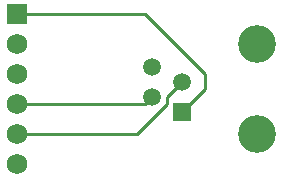
<source format=gtl>
G04 (created by PCBNEW (22-Jun-2014 BZR 4027)-stable) date Wed 04 Apr 2018 03:10:39 AM CDT*
%MOIN*%
G04 Gerber Fmt 3.4, Leading zero omitted, Abs format*
%FSLAX34Y34*%
G01*
G70*
G90*
G04 APERTURE LIST*
%ADD10C,0.00590551*%
%ADD11C,0.059*%
%ADD12R,0.059X0.059*%
%ADD13C,0.125984*%
%ADD14R,0.069X0.069*%
%ADD15C,0.069*%
%ADD16C,0.01*%
G04 APERTURE END LIST*
G54D10*
G54D11*
X73000Y-44000D03*
X73000Y-43000D03*
G54D12*
X74000Y-44500D03*
G54D11*
X74000Y-43500D03*
G54D13*
X76500Y-42251D03*
X76500Y-45251D03*
G54D14*
X68500Y-41250D03*
G54D15*
X68500Y-42250D03*
X68500Y-43250D03*
X68500Y-44250D03*
X68500Y-45250D03*
X68500Y-46250D03*
G54D16*
X68500Y-41250D02*
X72750Y-41250D01*
X74750Y-43750D02*
X74000Y-44500D01*
X74750Y-43250D02*
X74750Y-43750D01*
X72750Y-41250D02*
X74750Y-43250D01*
X68500Y-45250D02*
X72500Y-45250D01*
X73500Y-44000D02*
X74000Y-43500D01*
X73500Y-44250D02*
X73500Y-44000D01*
X72500Y-45250D02*
X73500Y-44250D01*
X68500Y-44250D02*
X72750Y-44250D01*
X72750Y-44250D02*
X73000Y-44000D01*
M02*

</source>
